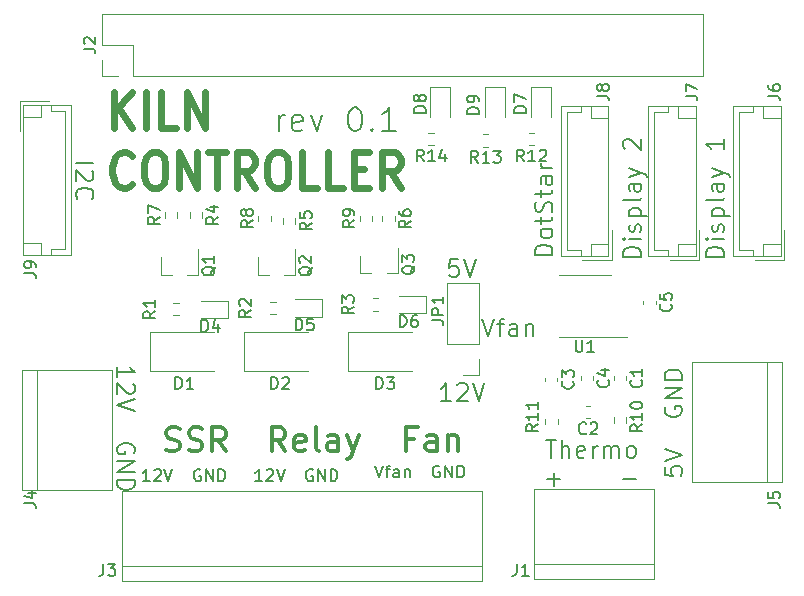
<source format=gbr>
%TF.GenerationSoftware,KiCad,Pcbnew,(5.1.10-1-10_14)*%
%TF.CreationDate,2021-09-17T20:59:11-04:00*%
%TF.ProjectId,KilnHat,4b696c6e-4861-4742-9e6b-696361645f70,rev?*%
%TF.SameCoordinates,Original*%
%TF.FileFunction,Legend,Top*%
%TF.FilePolarity,Positive*%
%FSLAX46Y46*%
G04 Gerber Fmt 4.6, Leading zero omitted, Abs format (unit mm)*
G04 Created by KiCad (PCBNEW (5.1.10-1-10_14)) date 2021-09-17 20:59:11*
%MOMM*%
%LPD*%
G01*
G04 APERTURE LIST*
%ADD10C,0.150000*%
%ADD11C,0.600000*%
%ADD12C,0.300000*%
%ADD13C,0.120000*%
G04 APERTURE END LIST*
D10*
X156995238Y-101804761D02*
X156995238Y-100471428D01*
X156995238Y-100852380D02*
X157090476Y-100661904D01*
X157185714Y-100566666D01*
X157376190Y-100471428D01*
X157566666Y-100471428D01*
X158995238Y-101709523D02*
X158804761Y-101804761D01*
X158423809Y-101804761D01*
X158233333Y-101709523D01*
X158138095Y-101519047D01*
X158138095Y-100757142D01*
X158233333Y-100566666D01*
X158423809Y-100471428D01*
X158804761Y-100471428D01*
X158995238Y-100566666D01*
X159090476Y-100757142D01*
X159090476Y-100947619D01*
X158138095Y-101138095D01*
X159757142Y-100471428D02*
X160233333Y-101804761D01*
X160709523Y-100471428D01*
X163376190Y-99804761D02*
X163566666Y-99804761D01*
X163757142Y-99900000D01*
X163852380Y-99995238D01*
X163947619Y-100185714D01*
X164042857Y-100566666D01*
X164042857Y-101042857D01*
X163947619Y-101423809D01*
X163852380Y-101614285D01*
X163757142Y-101709523D01*
X163566666Y-101804761D01*
X163376190Y-101804761D01*
X163185714Y-101709523D01*
X163090476Y-101614285D01*
X162995238Y-101423809D01*
X162900000Y-101042857D01*
X162900000Y-100566666D01*
X162995238Y-100185714D01*
X163090476Y-99995238D01*
X163185714Y-99900000D01*
X163376190Y-99804761D01*
X164900000Y-101614285D02*
X164995238Y-101709523D01*
X164900000Y-101804761D01*
X164804761Y-101709523D01*
X164900000Y-101614285D01*
X164900000Y-101804761D01*
X166900000Y-101804761D02*
X165757142Y-101804761D01*
X166328571Y-101804761D02*
X166328571Y-99804761D01*
X166138095Y-100090476D01*
X165947619Y-100280952D01*
X165757142Y-100376190D01*
D11*
X143032857Y-101507142D02*
X143032857Y-98507142D01*
X144575714Y-101507142D02*
X143418571Y-99792857D01*
X144575714Y-98507142D02*
X143032857Y-100221428D01*
X145732857Y-101507142D02*
X145732857Y-98507142D01*
X148304285Y-101507142D02*
X147018571Y-101507142D01*
X147018571Y-98507142D01*
X149204285Y-101507142D02*
X149204285Y-98507142D01*
X150747142Y-101507142D01*
X150747142Y-98507142D01*
X144575714Y-106321428D02*
X144447142Y-106464285D01*
X144061428Y-106607142D01*
X143804285Y-106607142D01*
X143418571Y-106464285D01*
X143161428Y-106178571D01*
X143032857Y-105892857D01*
X142904285Y-105321428D01*
X142904285Y-104892857D01*
X143032857Y-104321428D01*
X143161428Y-104035714D01*
X143418571Y-103750000D01*
X143804285Y-103607142D01*
X144061428Y-103607142D01*
X144447142Y-103750000D01*
X144575714Y-103892857D01*
X146247142Y-103607142D02*
X146761428Y-103607142D01*
X147018571Y-103750000D01*
X147275714Y-104035714D01*
X147404285Y-104607142D01*
X147404285Y-105607142D01*
X147275714Y-106178571D01*
X147018571Y-106464285D01*
X146761428Y-106607142D01*
X146247142Y-106607142D01*
X145990000Y-106464285D01*
X145732857Y-106178571D01*
X145604285Y-105607142D01*
X145604285Y-104607142D01*
X145732857Y-104035714D01*
X145990000Y-103750000D01*
X146247142Y-103607142D01*
X148561428Y-106607142D02*
X148561428Y-103607142D01*
X150104285Y-106607142D01*
X150104285Y-103607142D01*
X151004285Y-103607142D02*
X152547142Y-103607142D01*
X151775714Y-106607142D02*
X151775714Y-103607142D01*
X154990000Y-106607142D02*
X154090000Y-105178571D01*
X153447142Y-106607142D02*
X153447142Y-103607142D01*
X154475714Y-103607142D01*
X154732857Y-103750000D01*
X154861428Y-103892857D01*
X154990000Y-104178571D01*
X154990000Y-104607142D01*
X154861428Y-104892857D01*
X154732857Y-105035714D01*
X154475714Y-105178571D01*
X153447142Y-105178571D01*
X156661428Y-103607142D02*
X157175714Y-103607142D01*
X157432857Y-103750000D01*
X157690000Y-104035714D01*
X157818571Y-104607142D01*
X157818571Y-105607142D01*
X157690000Y-106178571D01*
X157432857Y-106464285D01*
X157175714Y-106607142D01*
X156661428Y-106607142D01*
X156404285Y-106464285D01*
X156147142Y-106178571D01*
X156018571Y-105607142D01*
X156018571Y-104607142D01*
X156147142Y-104035714D01*
X156404285Y-103750000D01*
X156661428Y-103607142D01*
X160261428Y-106607142D02*
X158975714Y-106607142D01*
X158975714Y-103607142D01*
X162447142Y-106607142D02*
X161161428Y-106607142D01*
X161161428Y-103607142D01*
X163347142Y-105035714D02*
X164247142Y-105035714D01*
X164632857Y-106607142D02*
X163347142Y-106607142D01*
X163347142Y-103607142D01*
X164632857Y-103607142D01*
X167332857Y-106607142D02*
X166432857Y-105178571D01*
X165790000Y-106607142D02*
X165790000Y-103607142D01*
X166818571Y-103607142D01*
X167075714Y-103750000D01*
X167204285Y-103892857D01*
X167332857Y-104178571D01*
X167332857Y-104607142D01*
X167204285Y-104892857D01*
X167075714Y-105035714D01*
X166818571Y-105178571D01*
X165790000Y-105178571D01*
D10*
X179607142Y-127978571D02*
X180464285Y-127978571D01*
X180035714Y-129478571D02*
X180035714Y-127978571D01*
X180964285Y-129478571D02*
X180964285Y-127978571D01*
X181607142Y-129478571D02*
X181607142Y-128692857D01*
X181535714Y-128550000D01*
X181392857Y-128478571D01*
X181178571Y-128478571D01*
X181035714Y-128550000D01*
X180964285Y-128621428D01*
X182892857Y-129407142D02*
X182750000Y-129478571D01*
X182464285Y-129478571D01*
X182321428Y-129407142D01*
X182250000Y-129264285D01*
X182250000Y-128692857D01*
X182321428Y-128550000D01*
X182464285Y-128478571D01*
X182750000Y-128478571D01*
X182892857Y-128550000D01*
X182964285Y-128692857D01*
X182964285Y-128835714D01*
X182250000Y-128978571D01*
X183607142Y-129478571D02*
X183607142Y-128478571D01*
X183607142Y-128764285D02*
X183678571Y-128621428D01*
X183750000Y-128550000D01*
X183892857Y-128478571D01*
X184035714Y-128478571D01*
X184535714Y-129478571D02*
X184535714Y-128478571D01*
X184535714Y-128621428D02*
X184607142Y-128550000D01*
X184750000Y-128478571D01*
X184964285Y-128478571D01*
X185107142Y-128550000D01*
X185178571Y-128692857D01*
X185178571Y-129478571D01*
X185178571Y-128692857D02*
X185250000Y-128550000D01*
X185392857Y-128478571D01*
X185607142Y-128478571D01*
X185750000Y-128550000D01*
X185821428Y-128692857D01*
X185821428Y-129478571D01*
X186750000Y-129478571D02*
X186607142Y-129407142D01*
X186535714Y-129335714D01*
X186464285Y-129192857D01*
X186464285Y-128764285D01*
X186535714Y-128621428D01*
X186607142Y-128550000D01*
X186750000Y-128478571D01*
X186964285Y-128478571D01*
X187107142Y-128550000D01*
X187178571Y-128621428D01*
X187250000Y-128764285D01*
X187250000Y-129192857D01*
X187178571Y-129335714D01*
X187107142Y-129407142D01*
X186964285Y-129478571D01*
X186750000Y-129478571D01*
X179714285Y-131307142D02*
X180857142Y-131307142D01*
X180285714Y-131878571D02*
X180285714Y-130735714D01*
X186142857Y-131307142D02*
X187285714Y-131307142D01*
X139821428Y-104535714D02*
X141321428Y-104535714D01*
X141178571Y-105178571D02*
X141250000Y-105250000D01*
X141321428Y-105392857D01*
X141321428Y-105750000D01*
X141250000Y-105892857D01*
X141178571Y-105964285D01*
X141035714Y-106035714D01*
X140892857Y-106035714D01*
X140678571Y-105964285D01*
X139821428Y-105107142D01*
X139821428Y-106035714D01*
X139964285Y-107535714D02*
X139892857Y-107464285D01*
X139821428Y-107250000D01*
X139821428Y-107107142D01*
X139892857Y-106892857D01*
X140035714Y-106750000D01*
X140178571Y-106678571D01*
X140464285Y-106607142D01*
X140678571Y-106607142D01*
X140964285Y-106678571D01*
X141107142Y-106750000D01*
X141250000Y-106892857D01*
X141321428Y-107107142D01*
X141321428Y-107250000D01*
X141250000Y-107464285D01*
X141178571Y-107535714D01*
X143321428Y-122642857D02*
X143321428Y-121785714D01*
X143321428Y-122214285D02*
X144821428Y-122214285D01*
X144607142Y-122071428D01*
X144464285Y-121928571D01*
X144392857Y-121785714D01*
X144678571Y-123214285D02*
X144750000Y-123285714D01*
X144821428Y-123428571D01*
X144821428Y-123785714D01*
X144750000Y-123928571D01*
X144678571Y-124000000D01*
X144535714Y-124071428D01*
X144392857Y-124071428D01*
X144178571Y-124000000D01*
X143321428Y-123142857D01*
X143321428Y-124071428D01*
X144821428Y-124500000D02*
X143321428Y-125000000D01*
X144821428Y-125500000D01*
X144750000Y-129071428D02*
X144821428Y-128928571D01*
X144821428Y-128714285D01*
X144750000Y-128500000D01*
X144607142Y-128357142D01*
X144464285Y-128285714D01*
X144178571Y-128214285D01*
X143964285Y-128214285D01*
X143678571Y-128285714D01*
X143535714Y-128357142D01*
X143392857Y-128500000D01*
X143321428Y-128714285D01*
X143321428Y-128857142D01*
X143392857Y-129071428D01*
X143464285Y-129142857D01*
X143964285Y-129142857D01*
X143964285Y-128857142D01*
X143321428Y-129785714D02*
X144821428Y-129785714D01*
X143321428Y-130642857D01*
X144821428Y-130642857D01*
X143321428Y-131357142D02*
X144821428Y-131357142D01*
X144821428Y-131714285D01*
X144750000Y-131928571D01*
X144607142Y-132071428D01*
X144464285Y-132142857D01*
X144178571Y-132214285D01*
X143964285Y-132214285D01*
X143678571Y-132142857D01*
X143535714Y-132071428D01*
X143392857Y-131928571D01*
X143321428Y-131714285D01*
X143321428Y-131357142D01*
X165190476Y-130127380D02*
X165523809Y-131127380D01*
X165857142Y-130127380D01*
X166047619Y-130460714D02*
X166428571Y-130460714D01*
X166190476Y-131127380D02*
X166190476Y-130270238D01*
X166238095Y-130175000D01*
X166333333Y-130127380D01*
X166428571Y-130127380D01*
X167190476Y-131127380D02*
X167190476Y-130603571D01*
X167142857Y-130508333D01*
X167047619Y-130460714D01*
X166857142Y-130460714D01*
X166761904Y-130508333D01*
X167190476Y-131079761D02*
X167095238Y-131127380D01*
X166857142Y-131127380D01*
X166761904Y-131079761D01*
X166714285Y-130984523D01*
X166714285Y-130889285D01*
X166761904Y-130794047D01*
X166857142Y-130746428D01*
X167095238Y-130746428D01*
X167190476Y-130698809D01*
X167666666Y-130460714D02*
X167666666Y-131127380D01*
X167666666Y-130555952D02*
X167714285Y-130508333D01*
X167809523Y-130460714D01*
X167952380Y-130460714D01*
X168047619Y-130508333D01*
X168095238Y-130603571D01*
X168095238Y-131127380D01*
X170619047Y-130175000D02*
X170523809Y-130127380D01*
X170380952Y-130127380D01*
X170238095Y-130175000D01*
X170142857Y-130270238D01*
X170095238Y-130365476D01*
X170047619Y-130555952D01*
X170047619Y-130698809D01*
X170095238Y-130889285D01*
X170142857Y-130984523D01*
X170238095Y-131079761D01*
X170380952Y-131127380D01*
X170476190Y-131127380D01*
X170619047Y-131079761D01*
X170666666Y-131032142D01*
X170666666Y-130698809D01*
X170476190Y-130698809D01*
X171095238Y-131127380D02*
X171095238Y-130127380D01*
X171666666Y-131127380D01*
X171666666Y-130127380D01*
X172142857Y-131127380D02*
X172142857Y-130127380D01*
X172380952Y-130127380D01*
X172523809Y-130175000D01*
X172619047Y-130270238D01*
X172666666Y-130365476D01*
X172714285Y-130555952D01*
X172714285Y-130698809D01*
X172666666Y-130889285D01*
X172619047Y-130984523D01*
X172523809Y-131079761D01*
X172380952Y-131127380D01*
X172142857Y-131127380D01*
X155595238Y-131452380D02*
X155023809Y-131452380D01*
X155309523Y-131452380D02*
X155309523Y-130452380D01*
X155214285Y-130595238D01*
X155119047Y-130690476D01*
X155023809Y-130738095D01*
X155976190Y-130547619D02*
X156023809Y-130500000D01*
X156119047Y-130452380D01*
X156357142Y-130452380D01*
X156452380Y-130500000D01*
X156500000Y-130547619D01*
X156547619Y-130642857D01*
X156547619Y-130738095D01*
X156500000Y-130880952D01*
X155928571Y-131452380D01*
X156547619Y-131452380D01*
X156833333Y-130452380D02*
X157166666Y-131452380D01*
X157500000Y-130452380D01*
X159880952Y-130500000D02*
X159785714Y-130452380D01*
X159642857Y-130452380D01*
X159500000Y-130500000D01*
X159404761Y-130595238D01*
X159357142Y-130690476D01*
X159309523Y-130880952D01*
X159309523Y-131023809D01*
X159357142Y-131214285D01*
X159404761Y-131309523D01*
X159500000Y-131404761D01*
X159642857Y-131452380D01*
X159738095Y-131452380D01*
X159880952Y-131404761D01*
X159928571Y-131357142D01*
X159928571Y-131023809D01*
X159738095Y-131023809D01*
X160357142Y-131452380D02*
X160357142Y-130452380D01*
X160928571Y-131452380D01*
X160928571Y-130452380D01*
X161404761Y-131452380D02*
X161404761Y-130452380D01*
X161642857Y-130452380D01*
X161785714Y-130500000D01*
X161880952Y-130595238D01*
X161928571Y-130690476D01*
X161976190Y-130880952D01*
X161976190Y-131023809D01*
X161928571Y-131214285D01*
X161880952Y-131309523D01*
X161785714Y-131404761D01*
X161642857Y-131452380D01*
X161404761Y-131452380D01*
X146095238Y-131452380D02*
X145523809Y-131452380D01*
X145809523Y-131452380D02*
X145809523Y-130452380D01*
X145714285Y-130595238D01*
X145619047Y-130690476D01*
X145523809Y-130738095D01*
X146476190Y-130547619D02*
X146523809Y-130500000D01*
X146619047Y-130452380D01*
X146857142Y-130452380D01*
X146952380Y-130500000D01*
X147000000Y-130547619D01*
X147047619Y-130642857D01*
X147047619Y-130738095D01*
X147000000Y-130880952D01*
X146428571Y-131452380D01*
X147047619Y-131452380D01*
X147333333Y-130452380D02*
X147666666Y-131452380D01*
X148000000Y-130452380D01*
X150380952Y-130500000D02*
X150285714Y-130452380D01*
X150142857Y-130452380D01*
X150000000Y-130500000D01*
X149904761Y-130595238D01*
X149857142Y-130690476D01*
X149809523Y-130880952D01*
X149809523Y-131023809D01*
X149857142Y-131214285D01*
X149904761Y-131309523D01*
X150000000Y-131404761D01*
X150142857Y-131452380D01*
X150238095Y-131452380D01*
X150380952Y-131404761D01*
X150428571Y-131357142D01*
X150428571Y-131023809D01*
X150238095Y-131023809D01*
X150857142Y-131452380D02*
X150857142Y-130452380D01*
X151428571Y-131452380D01*
X151428571Y-130452380D01*
X151904761Y-131452380D02*
X151904761Y-130452380D01*
X152142857Y-130452380D01*
X152285714Y-130500000D01*
X152380952Y-130595238D01*
X152428571Y-130690476D01*
X152476190Y-130880952D01*
X152476190Y-131023809D01*
X152428571Y-131214285D01*
X152380952Y-131309523D01*
X152285714Y-131404761D01*
X152142857Y-131452380D01*
X151904761Y-131452380D01*
D12*
X168476190Y-127857142D02*
X167809523Y-127857142D01*
X167809523Y-128904761D02*
X167809523Y-126904761D01*
X168761904Y-126904761D01*
X170380952Y-128904761D02*
X170380952Y-127857142D01*
X170285714Y-127666666D01*
X170095238Y-127571428D01*
X169714285Y-127571428D01*
X169523809Y-127666666D01*
X170380952Y-128809523D02*
X170190476Y-128904761D01*
X169714285Y-128904761D01*
X169523809Y-128809523D01*
X169428571Y-128619047D01*
X169428571Y-128428571D01*
X169523809Y-128238095D01*
X169714285Y-128142857D01*
X170190476Y-128142857D01*
X170380952Y-128047619D01*
X171333333Y-127571428D02*
X171333333Y-128904761D01*
X171333333Y-127761904D02*
X171428571Y-127666666D01*
X171619047Y-127571428D01*
X171904761Y-127571428D01*
X172095238Y-127666666D01*
X172190476Y-127857142D01*
X172190476Y-128904761D01*
X157571428Y-128904761D02*
X156904761Y-127952380D01*
X156428571Y-128904761D02*
X156428571Y-126904761D01*
X157190476Y-126904761D01*
X157380952Y-127000000D01*
X157476190Y-127095238D01*
X157571428Y-127285714D01*
X157571428Y-127571428D01*
X157476190Y-127761904D01*
X157380952Y-127857142D01*
X157190476Y-127952380D01*
X156428571Y-127952380D01*
X159190476Y-128809523D02*
X159000000Y-128904761D01*
X158619047Y-128904761D01*
X158428571Y-128809523D01*
X158333333Y-128619047D01*
X158333333Y-127857142D01*
X158428571Y-127666666D01*
X158619047Y-127571428D01*
X159000000Y-127571428D01*
X159190476Y-127666666D01*
X159285714Y-127857142D01*
X159285714Y-128047619D01*
X158333333Y-128238095D01*
X160428571Y-128904761D02*
X160238095Y-128809523D01*
X160142857Y-128619047D01*
X160142857Y-126904761D01*
X162047619Y-128904761D02*
X162047619Y-127857142D01*
X161952380Y-127666666D01*
X161761904Y-127571428D01*
X161380952Y-127571428D01*
X161190476Y-127666666D01*
X162047619Y-128809523D02*
X161857142Y-128904761D01*
X161380952Y-128904761D01*
X161190476Y-128809523D01*
X161095238Y-128619047D01*
X161095238Y-128428571D01*
X161190476Y-128238095D01*
X161380952Y-128142857D01*
X161857142Y-128142857D01*
X162047619Y-128047619D01*
X162809523Y-127571428D02*
X163285714Y-128904761D01*
X163761904Y-127571428D02*
X163285714Y-128904761D01*
X163095238Y-129380952D01*
X163000000Y-129476190D01*
X162809523Y-129571428D01*
X147476190Y-128809523D02*
X147761904Y-128904761D01*
X148238095Y-128904761D01*
X148428571Y-128809523D01*
X148523809Y-128714285D01*
X148619047Y-128523809D01*
X148619047Y-128333333D01*
X148523809Y-128142857D01*
X148428571Y-128047619D01*
X148238095Y-127952380D01*
X147857142Y-127857142D01*
X147666666Y-127761904D01*
X147571428Y-127666666D01*
X147476190Y-127476190D01*
X147476190Y-127285714D01*
X147571428Y-127095238D01*
X147666666Y-127000000D01*
X147857142Y-126904761D01*
X148333333Y-126904761D01*
X148619047Y-127000000D01*
X149380952Y-128809523D02*
X149666666Y-128904761D01*
X150142857Y-128904761D01*
X150333333Y-128809523D01*
X150428571Y-128714285D01*
X150523809Y-128523809D01*
X150523809Y-128333333D01*
X150428571Y-128142857D01*
X150333333Y-128047619D01*
X150142857Y-127952380D01*
X149761904Y-127857142D01*
X149571428Y-127761904D01*
X149476190Y-127666666D01*
X149380952Y-127476190D01*
X149380952Y-127285714D01*
X149476190Y-127095238D01*
X149571428Y-127000000D01*
X149761904Y-126904761D01*
X150238095Y-126904761D01*
X150523809Y-127000000D01*
X152523809Y-128904761D02*
X151857142Y-127952380D01*
X151380952Y-128904761D02*
X151380952Y-126904761D01*
X152142857Y-126904761D01*
X152333333Y-127000000D01*
X152428571Y-127095238D01*
X152523809Y-127285714D01*
X152523809Y-127571428D01*
X152428571Y-127761904D01*
X152333333Y-127857142D01*
X152142857Y-127952380D01*
X151380952Y-127952380D01*
D10*
X174214285Y-117678571D02*
X174714285Y-119178571D01*
X175214285Y-117678571D01*
X175500000Y-118178571D02*
X176071428Y-118178571D01*
X175714285Y-119178571D02*
X175714285Y-117892857D01*
X175785714Y-117750000D01*
X175928571Y-117678571D01*
X176071428Y-117678571D01*
X177214285Y-119178571D02*
X177214285Y-118392857D01*
X177142857Y-118250000D01*
X177000000Y-118178571D01*
X176714285Y-118178571D01*
X176571428Y-118250000D01*
X177214285Y-119107142D02*
X177071428Y-119178571D01*
X176714285Y-119178571D01*
X176571428Y-119107142D01*
X176500000Y-118964285D01*
X176500000Y-118821428D01*
X176571428Y-118678571D01*
X176714285Y-118607142D01*
X177071428Y-118607142D01*
X177214285Y-118535714D01*
X177928571Y-118178571D02*
X177928571Y-119178571D01*
X177928571Y-118321428D02*
X178000000Y-118250000D01*
X178142857Y-118178571D01*
X178357142Y-118178571D01*
X178500000Y-118250000D01*
X178571428Y-118392857D01*
X178571428Y-119178571D01*
X171571428Y-124678571D02*
X170714285Y-124678571D01*
X171142857Y-124678571D02*
X171142857Y-123178571D01*
X171000000Y-123392857D01*
X170857142Y-123535714D01*
X170714285Y-123607142D01*
X172142857Y-123321428D02*
X172214285Y-123250000D01*
X172357142Y-123178571D01*
X172714285Y-123178571D01*
X172857142Y-123250000D01*
X172928571Y-123321428D01*
X173000000Y-123464285D01*
X173000000Y-123607142D01*
X172928571Y-123821428D01*
X172071428Y-124678571D01*
X173000000Y-124678571D01*
X173428571Y-123178571D02*
X173928571Y-124678571D01*
X174428571Y-123178571D01*
X172214285Y-112678571D02*
X171500000Y-112678571D01*
X171428571Y-113392857D01*
X171500000Y-113321428D01*
X171642857Y-113250000D01*
X172000000Y-113250000D01*
X172142857Y-113321428D01*
X172214285Y-113392857D01*
X172285714Y-113535714D01*
X172285714Y-113892857D01*
X172214285Y-114035714D01*
X172142857Y-114107142D01*
X172000000Y-114178571D01*
X171642857Y-114178571D01*
X171500000Y-114107142D01*
X171428571Y-114035714D01*
X172714285Y-112678571D02*
X173214285Y-114178571D01*
X173714285Y-112678571D01*
X189678571Y-130214285D02*
X189678571Y-130928571D01*
X190392857Y-131000000D01*
X190321428Y-130928571D01*
X190250000Y-130785714D01*
X190250000Y-130428571D01*
X190321428Y-130285714D01*
X190392857Y-130214285D01*
X190535714Y-130142857D01*
X190892857Y-130142857D01*
X191035714Y-130214285D01*
X191107142Y-130285714D01*
X191178571Y-130428571D01*
X191178571Y-130785714D01*
X191107142Y-130928571D01*
X191035714Y-131000000D01*
X189678571Y-129714285D02*
X191178571Y-129214285D01*
X189678571Y-128714285D01*
X189750000Y-125142857D02*
X189678571Y-125285714D01*
X189678571Y-125500000D01*
X189750000Y-125714285D01*
X189892857Y-125857142D01*
X190035714Y-125928571D01*
X190321428Y-126000000D01*
X190535714Y-126000000D01*
X190821428Y-125928571D01*
X190964285Y-125857142D01*
X191107142Y-125714285D01*
X191178571Y-125500000D01*
X191178571Y-125357142D01*
X191107142Y-125142857D01*
X191035714Y-125071428D01*
X190535714Y-125071428D01*
X190535714Y-125357142D01*
X191178571Y-124428571D02*
X189678571Y-124428571D01*
X191178571Y-123571428D01*
X189678571Y-123571428D01*
X191178571Y-122857142D02*
X189678571Y-122857142D01*
X189678571Y-122500000D01*
X189750000Y-122285714D01*
X189892857Y-122142857D01*
X190035714Y-122071428D01*
X190321428Y-122000000D01*
X190535714Y-122000000D01*
X190821428Y-122071428D01*
X190964285Y-122142857D01*
X191107142Y-122285714D01*
X191178571Y-122500000D01*
X191178571Y-122857142D01*
X194678571Y-112464285D02*
X193178571Y-112464285D01*
X193178571Y-112107142D01*
X193250000Y-111892857D01*
X193392857Y-111750000D01*
X193535714Y-111678571D01*
X193821428Y-111607142D01*
X194035714Y-111607142D01*
X194321428Y-111678571D01*
X194464285Y-111750000D01*
X194607142Y-111892857D01*
X194678571Y-112107142D01*
X194678571Y-112464285D01*
X194678571Y-110964285D02*
X193678571Y-110964285D01*
X193178571Y-110964285D02*
X193250000Y-111035714D01*
X193321428Y-110964285D01*
X193250000Y-110892857D01*
X193178571Y-110964285D01*
X193321428Y-110964285D01*
X194607142Y-110321428D02*
X194678571Y-110178571D01*
X194678571Y-109892857D01*
X194607142Y-109750000D01*
X194464285Y-109678571D01*
X194392857Y-109678571D01*
X194250000Y-109750000D01*
X194178571Y-109892857D01*
X194178571Y-110107142D01*
X194107142Y-110250000D01*
X193964285Y-110321428D01*
X193892857Y-110321428D01*
X193750000Y-110250000D01*
X193678571Y-110107142D01*
X193678571Y-109892857D01*
X193750000Y-109750000D01*
X193678571Y-109035714D02*
X195178571Y-109035714D01*
X193750000Y-109035714D02*
X193678571Y-108892857D01*
X193678571Y-108607142D01*
X193750000Y-108464285D01*
X193821428Y-108392857D01*
X193964285Y-108321428D01*
X194392857Y-108321428D01*
X194535714Y-108392857D01*
X194607142Y-108464285D01*
X194678571Y-108607142D01*
X194678571Y-108892857D01*
X194607142Y-109035714D01*
X194678571Y-107464285D02*
X194607142Y-107607142D01*
X194464285Y-107678571D01*
X193178571Y-107678571D01*
X194678571Y-106250000D02*
X193892857Y-106250000D01*
X193750000Y-106321428D01*
X193678571Y-106464285D01*
X193678571Y-106750000D01*
X193750000Y-106892857D01*
X194607142Y-106250000D02*
X194678571Y-106392857D01*
X194678571Y-106750000D01*
X194607142Y-106892857D01*
X194464285Y-106964285D01*
X194321428Y-106964285D01*
X194178571Y-106892857D01*
X194107142Y-106750000D01*
X194107142Y-106392857D01*
X194035714Y-106250000D01*
X193678571Y-105678571D02*
X194678571Y-105321428D01*
X193678571Y-104964285D02*
X194678571Y-105321428D01*
X195035714Y-105464285D01*
X195107142Y-105535714D01*
X195178571Y-105678571D01*
X194678571Y-102464285D02*
X194678571Y-103321428D01*
X194678571Y-102892857D02*
X193178571Y-102892857D01*
X193392857Y-103035714D01*
X193535714Y-103178571D01*
X193607142Y-103321428D01*
X187678571Y-112464285D02*
X186178571Y-112464285D01*
X186178571Y-112107142D01*
X186250000Y-111892857D01*
X186392857Y-111750000D01*
X186535714Y-111678571D01*
X186821428Y-111607142D01*
X187035714Y-111607142D01*
X187321428Y-111678571D01*
X187464285Y-111750000D01*
X187607142Y-111892857D01*
X187678571Y-112107142D01*
X187678571Y-112464285D01*
X187678571Y-110964285D02*
X186678571Y-110964285D01*
X186178571Y-110964285D02*
X186250000Y-111035714D01*
X186321428Y-110964285D01*
X186250000Y-110892857D01*
X186178571Y-110964285D01*
X186321428Y-110964285D01*
X187607142Y-110321428D02*
X187678571Y-110178571D01*
X187678571Y-109892857D01*
X187607142Y-109750000D01*
X187464285Y-109678571D01*
X187392857Y-109678571D01*
X187250000Y-109750000D01*
X187178571Y-109892857D01*
X187178571Y-110107142D01*
X187107142Y-110250000D01*
X186964285Y-110321428D01*
X186892857Y-110321428D01*
X186750000Y-110250000D01*
X186678571Y-110107142D01*
X186678571Y-109892857D01*
X186750000Y-109750000D01*
X186678571Y-109035714D02*
X188178571Y-109035714D01*
X186750000Y-109035714D02*
X186678571Y-108892857D01*
X186678571Y-108607142D01*
X186750000Y-108464285D01*
X186821428Y-108392857D01*
X186964285Y-108321428D01*
X187392857Y-108321428D01*
X187535714Y-108392857D01*
X187607142Y-108464285D01*
X187678571Y-108607142D01*
X187678571Y-108892857D01*
X187607142Y-109035714D01*
X187678571Y-107464285D02*
X187607142Y-107607142D01*
X187464285Y-107678571D01*
X186178571Y-107678571D01*
X187678571Y-106250000D02*
X186892857Y-106250000D01*
X186750000Y-106321428D01*
X186678571Y-106464285D01*
X186678571Y-106750000D01*
X186750000Y-106892857D01*
X187607142Y-106250000D02*
X187678571Y-106392857D01*
X187678571Y-106750000D01*
X187607142Y-106892857D01*
X187464285Y-106964285D01*
X187321428Y-106964285D01*
X187178571Y-106892857D01*
X187107142Y-106750000D01*
X187107142Y-106392857D01*
X187035714Y-106250000D01*
X186678571Y-105678571D02*
X187678571Y-105321428D01*
X186678571Y-104964285D02*
X187678571Y-105321428D01*
X188035714Y-105464285D01*
X188107142Y-105535714D01*
X188178571Y-105678571D01*
X186321428Y-103321428D02*
X186250000Y-103250000D01*
X186178571Y-103107142D01*
X186178571Y-102750000D01*
X186250000Y-102607142D01*
X186321428Y-102535714D01*
X186464285Y-102464285D01*
X186607142Y-102464285D01*
X186821428Y-102535714D01*
X187678571Y-103392857D01*
X187678571Y-102464285D01*
X180178571Y-112285714D02*
X178678571Y-112285714D01*
X178678571Y-111928571D01*
X178750000Y-111714285D01*
X178892857Y-111571428D01*
X179035714Y-111500000D01*
X179321428Y-111428571D01*
X179535714Y-111428571D01*
X179821428Y-111500000D01*
X179964285Y-111571428D01*
X180107142Y-111714285D01*
X180178571Y-111928571D01*
X180178571Y-112285714D01*
X180178571Y-110571428D02*
X180107142Y-110714285D01*
X180035714Y-110785714D01*
X179892857Y-110857142D01*
X179464285Y-110857142D01*
X179321428Y-110785714D01*
X179250000Y-110714285D01*
X179178571Y-110571428D01*
X179178571Y-110357142D01*
X179250000Y-110214285D01*
X179321428Y-110142857D01*
X179464285Y-110071428D01*
X179892857Y-110071428D01*
X180035714Y-110142857D01*
X180107142Y-110214285D01*
X180178571Y-110357142D01*
X180178571Y-110571428D01*
X179178571Y-109642857D02*
X179178571Y-109071428D01*
X178678571Y-109428571D02*
X179964285Y-109428571D01*
X180107142Y-109357142D01*
X180178571Y-109214285D01*
X180178571Y-109071428D01*
X180107142Y-108642857D02*
X180178571Y-108428571D01*
X180178571Y-108071428D01*
X180107142Y-107928571D01*
X180035714Y-107857142D01*
X179892857Y-107785714D01*
X179750000Y-107785714D01*
X179607142Y-107857142D01*
X179535714Y-107928571D01*
X179464285Y-108071428D01*
X179392857Y-108357142D01*
X179321428Y-108500000D01*
X179250000Y-108571428D01*
X179107142Y-108642857D01*
X178964285Y-108642857D01*
X178821428Y-108571428D01*
X178750000Y-108500000D01*
X178678571Y-108357142D01*
X178678571Y-108000000D01*
X178750000Y-107785714D01*
X179178571Y-107357142D02*
X179178571Y-106785714D01*
X178678571Y-107142857D02*
X179964285Y-107142857D01*
X180107142Y-107071428D01*
X180178571Y-106928571D01*
X180178571Y-106785714D01*
X180178571Y-105642857D02*
X179392857Y-105642857D01*
X179250000Y-105714285D01*
X179178571Y-105857142D01*
X179178571Y-106142857D01*
X179250000Y-106285714D01*
X180107142Y-105642857D02*
X180178571Y-105785714D01*
X180178571Y-106142857D01*
X180107142Y-106285714D01*
X179964285Y-106357142D01*
X179821428Y-106357142D01*
X179678571Y-106285714D01*
X179607142Y-106142857D01*
X179607142Y-105785714D01*
X179535714Y-105642857D01*
X180178571Y-104928571D02*
X179178571Y-104928571D01*
X179464285Y-104928571D02*
X179321428Y-104857142D01*
X179250000Y-104785714D01*
X179178571Y-104642857D01*
X179178571Y-104500000D01*
D13*
%TO.C,D6*%
X169485000Y-115765000D02*
X167200000Y-115765000D01*
X169485000Y-117235000D02*
X169485000Y-115765000D01*
X167200000Y-117235000D02*
X169485000Y-117235000D01*
%TO.C,D5*%
X160665000Y-116065000D02*
X158380000Y-116065000D01*
X160665000Y-117535000D02*
X160665000Y-116065000D01*
X158380000Y-117535000D02*
X160665000Y-117535000D01*
%TO.C,D4*%
X152685000Y-116165000D02*
X150400000Y-116165000D01*
X152685000Y-117635000D02*
X152685000Y-116165000D01*
X150400000Y-117635000D02*
X152685000Y-117635000D01*
%TO.C,J2*%
X142040000Y-97120000D02*
X142040000Y-95790000D01*
X143370000Y-97120000D02*
X142040000Y-97120000D01*
X142040000Y-94520000D02*
X142040000Y-91920000D01*
X144640000Y-94520000D02*
X142040000Y-94520000D01*
X144640000Y-97120000D02*
X144640000Y-94520000D01*
X142040000Y-91920000D02*
X192960000Y-91920000D01*
X144640000Y-97120000D02*
X192960000Y-97120000D01*
X192960000Y-97120000D02*
X192960000Y-91920000D01*
%TO.C,J7*%
X192610000Y-112710000D02*
X192610000Y-110210000D01*
X190110000Y-112710000D02*
X192610000Y-112710000D01*
X190810000Y-100690000D02*
X192310000Y-100690000D01*
X190810000Y-99690000D02*
X190810000Y-100690000D01*
X190810000Y-111410000D02*
X192310000Y-111410000D01*
X190810000Y-112410000D02*
X190810000Y-111410000D01*
X190000000Y-100190000D02*
X190000000Y-99690000D01*
X188790000Y-100190000D02*
X190000000Y-100190000D01*
X188790000Y-111910000D02*
X188790000Y-100190000D01*
X190000000Y-111910000D02*
X188790000Y-111910000D01*
X190000000Y-112410000D02*
X190000000Y-111910000D01*
X188290000Y-99690000D02*
X188290000Y-112410000D01*
X192310000Y-99690000D02*
X188290000Y-99690000D01*
X192310000Y-112410000D02*
X192310000Y-99690000D01*
X188290000Y-112410000D02*
X192310000Y-112410000D01*
%TO.C,J3*%
X143760000Y-139910000D02*
X174240000Y-139910000D01*
X143760000Y-132290000D02*
X174240000Y-132290000D01*
X143760000Y-138640000D02*
X174240000Y-138640000D01*
X174240000Y-139910000D02*
X174240000Y-132290000D01*
X143760000Y-132290000D02*
X143760000Y-139910000D01*
%TO.C,U1*%
X182900000Y-119210000D02*
X186500000Y-119210000D01*
X182900000Y-119210000D02*
X180700000Y-119210000D01*
X182900000Y-113990000D02*
X185100000Y-113990000D01*
X182900000Y-113990000D02*
X180700000Y-113990000D01*
%TO.C,R14*%
X170162258Y-101977500D02*
X169687742Y-101977500D01*
X170162258Y-103022500D02*
X169687742Y-103022500D01*
%TO.C,R13*%
X174762258Y-102077500D02*
X174287742Y-102077500D01*
X174762258Y-103122500D02*
X174287742Y-103122500D01*
%TO.C,R12*%
X178637258Y-101977500D02*
X178162742Y-101977500D01*
X178637258Y-103022500D02*
X178162742Y-103022500D01*
%TO.C,R11*%
X179577500Y-126162742D02*
X179577500Y-126637258D01*
X180622500Y-126162742D02*
X180622500Y-126637258D01*
%TO.C,R10*%
X185377500Y-126037742D02*
X185377500Y-126512258D01*
X186422500Y-126037742D02*
X186422500Y-126512258D01*
%TO.C,R9*%
X164922500Y-109437258D02*
X164922500Y-108962742D01*
X163877500Y-109437258D02*
X163877500Y-108962742D01*
%TO.C,R8*%
X156322500Y-109437258D02*
X156322500Y-108962742D01*
X155277500Y-109437258D02*
X155277500Y-108962742D01*
%TO.C,R7*%
X148422500Y-109137258D02*
X148422500Y-108662742D01*
X147377500Y-109137258D02*
X147377500Y-108662742D01*
%TO.C,R6*%
X165777500Y-108987742D02*
X165777500Y-109462258D01*
X166822500Y-108987742D02*
X166822500Y-109462258D01*
%TO.C,R5*%
X157377500Y-109162742D02*
X157377500Y-109637258D01*
X158422500Y-109162742D02*
X158422500Y-109637258D01*
%TO.C,R4*%
X149477500Y-108662742D02*
X149477500Y-109137258D01*
X150522500Y-108662742D02*
X150522500Y-109137258D01*
%TO.C,R3*%
X165437258Y-115977500D02*
X164962742Y-115977500D01*
X165437258Y-117022500D02*
X164962742Y-117022500D01*
%TO.C,R2*%
X156737258Y-116277500D02*
X156262742Y-116277500D01*
X156737258Y-117322500D02*
X156262742Y-117322500D01*
%TO.C,R1*%
X148537258Y-116377500D02*
X148062742Y-116377500D01*
X148537258Y-117422500D02*
X148062742Y-117422500D01*
%TO.C,Q3*%
X163920000Y-113860000D02*
X163920000Y-112400000D01*
X167080000Y-113860000D02*
X167080000Y-111700000D01*
X167080000Y-113860000D02*
X166150000Y-113860000D01*
X163920000Y-113860000D02*
X164850000Y-113860000D01*
%TO.C,Q2*%
X155220000Y-113960000D02*
X155220000Y-112500000D01*
X158380000Y-113960000D02*
X158380000Y-111800000D01*
X158380000Y-113960000D02*
X157450000Y-113960000D01*
X155220000Y-113960000D02*
X156150000Y-113960000D01*
%TO.C,Q1*%
X147020000Y-113960000D02*
X147020000Y-112500000D01*
X150180000Y-113960000D02*
X150180000Y-111800000D01*
X150180000Y-113960000D02*
X149250000Y-113960000D01*
X147020000Y-113960000D02*
X147950000Y-113960000D01*
%TO.C,JP1*%
X173930000Y-122430000D02*
X172600000Y-122430000D01*
X173930000Y-121100000D02*
X173930000Y-122430000D01*
X173930000Y-119830000D02*
X171270000Y-119830000D01*
X171270000Y-119830000D02*
X171270000Y-114690000D01*
X173930000Y-119830000D02*
X173930000Y-114690000D01*
X173930000Y-114690000D02*
X171270000Y-114690000D01*
%TO.C,J9*%
X135090000Y-99290000D02*
X135090000Y-101790000D01*
X137590000Y-99290000D02*
X135090000Y-99290000D01*
X136890000Y-111310000D02*
X135390000Y-111310000D01*
X136890000Y-112310000D02*
X136890000Y-111310000D01*
X136890000Y-100590000D02*
X135390000Y-100590000D01*
X136890000Y-99590000D02*
X136890000Y-100590000D01*
X137700000Y-111810000D02*
X137700000Y-112310000D01*
X138910000Y-111810000D02*
X137700000Y-111810000D01*
X138910000Y-100090000D02*
X138910000Y-111810000D01*
X137700000Y-100090000D02*
X138910000Y-100090000D01*
X137700000Y-99590000D02*
X137700000Y-100090000D01*
X139410000Y-112310000D02*
X139410000Y-99590000D01*
X135390000Y-112310000D02*
X139410000Y-112310000D01*
X135390000Y-99590000D02*
X135390000Y-112310000D01*
X139410000Y-99590000D02*
X135390000Y-99590000D01*
%TO.C,J8*%
X185210000Y-112710000D02*
X185210000Y-110210000D01*
X182710000Y-112710000D02*
X185210000Y-112710000D01*
X183410000Y-100690000D02*
X184910000Y-100690000D01*
X183410000Y-99690000D02*
X183410000Y-100690000D01*
X183410000Y-111410000D02*
X184910000Y-111410000D01*
X183410000Y-112410000D02*
X183410000Y-111410000D01*
X182600000Y-100190000D02*
X182600000Y-99690000D01*
X181390000Y-100190000D02*
X182600000Y-100190000D01*
X181390000Y-111910000D02*
X181390000Y-100190000D01*
X182600000Y-111910000D02*
X181390000Y-111910000D01*
X182600000Y-112410000D02*
X182600000Y-111910000D01*
X180890000Y-99690000D02*
X180890000Y-112410000D01*
X184910000Y-99690000D02*
X180890000Y-99690000D01*
X184910000Y-112410000D02*
X184910000Y-99690000D01*
X180890000Y-112410000D02*
X184910000Y-112410000D01*
%TO.C,J6*%
X199810000Y-112710000D02*
X199810000Y-110210000D01*
X197310000Y-112710000D02*
X199810000Y-112710000D01*
X198010000Y-100690000D02*
X199510000Y-100690000D01*
X198010000Y-99690000D02*
X198010000Y-100690000D01*
X198010000Y-111410000D02*
X199510000Y-111410000D01*
X198010000Y-112410000D02*
X198010000Y-111410000D01*
X197200000Y-100190000D02*
X197200000Y-99690000D01*
X195990000Y-100190000D02*
X197200000Y-100190000D01*
X195990000Y-111910000D02*
X195990000Y-100190000D01*
X197200000Y-111910000D02*
X195990000Y-111910000D01*
X197200000Y-112410000D02*
X197200000Y-111910000D01*
X195490000Y-99690000D02*
X195490000Y-112410000D01*
X199510000Y-99690000D02*
X195490000Y-99690000D01*
X199510000Y-112410000D02*
X199510000Y-99690000D01*
X195490000Y-112410000D02*
X199510000Y-112410000D01*
%TO.C,J5*%
X199610000Y-131540000D02*
X199610000Y-121380000D01*
X191990000Y-131540000D02*
X199610000Y-131540000D01*
X191990000Y-121380000D02*
X191990000Y-131540000D01*
X199610000Y-121380000D02*
X191990000Y-121380000D01*
X198340000Y-121380000D02*
X198340000Y-131540000D01*
%TO.C,J4*%
X135290000Y-122060000D02*
X135290000Y-132220000D01*
X142910000Y-122060000D02*
X135290000Y-122060000D01*
X142910000Y-132220000D02*
X142910000Y-122060000D01*
X135290000Y-132220000D02*
X142910000Y-132220000D01*
X136560000Y-132220000D02*
X136560000Y-122060000D01*
%TO.C,J1*%
X178660000Y-139710000D02*
X188820000Y-139710000D01*
X178660000Y-132090000D02*
X178660000Y-139710000D01*
X188820000Y-132090000D02*
X178660000Y-132090000D01*
X188820000Y-139710000D02*
X188820000Y-132090000D01*
X188820000Y-138440000D02*
X178660000Y-138440000D01*
%TO.C,D9*%
X176150000Y-98100000D02*
X176150000Y-100650000D01*
X174450000Y-98100000D02*
X174450000Y-100650000D01*
X176150000Y-98100000D02*
X174450000Y-98100000D01*
%TO.C,D8*%
X171550000Y-98100000D02*
X171550000Y-100650000D01*
X169850000Y-98100000D02*
X169850000Y-100650000D01*
X171550000Y-98100000D02*
X169850000Y-98100000D01*
%TO.C,D7*%
X180050000Y-98100000D02*
X180050000Y-100650000D01*
X178350000Y-98100000D02*
X178350000Y-100650000D01*
X180050000Y-98100000D02*
X178350000Y-98100000D01*
%TO.C,D3*%
X162900000Y-118850000D02*
X168300000Y-118850000D01*
X162900000Y-122150000D02*
X168300000Y-122150000D01*
X162900000Y-118850000D02*
X162900000Y-122150000D01*
%TO.C,D2*%
X154100000Y-118850000D02*
X159500000Y-118850000D01*
X154100000Y-122150000D02*
X159500000Y-122150000D01*
X154100000Y-118850000D02*
X154100000Y-122150000D01*
%TO.C,D1*%
X146100000Y-118850000D02*
X151500000Y-118850000D01*
X146100000Y-122150000D02*
X151500000Y-122150000D01*
X146100000Y-118850000D02*
X146100000Y-122150000D01*
%TO.C,C5*%
X187890000Y-116159420D02*
X187890000Y-116440580D01*
X188910000Y-116159420D02*
X188910000Y-116440580D01*
%TO.C,C4*%
X182590000Y-122584420D02*
X182590000Y-122865580D01*
X183610000Y-122584420D02*
X183610000Y-122865580D01*
%TO.C,C3*%
X179590000Y-122684420D02*
X179590000Y-122965580D01*
X180610000Y-122684420D02*
X180610000Y-122965580D01*
%TO.C,C2*%
X183340580Y-125090000D02*
X183059420Y-125090000D01*
X183340580Y-126110000D02*
X183059420Y-126110000D01*
%TO.C,C1*%
X185390000Y-122584420D02*
X185390000Y-122865580D01*
X186410000Y-122584420D02*
X186410000Y-122865580D01*
%TO.C,D6*%
D10*
X167261904Y-118382380D02*
X167261904Y-117382380D01*
X167500000Y-117382380D01*
X167642857Y-117430000D01*
X167738095Y-117525238D01*
X167785714Y-117620476D01*
X167833333Y-117810952D01*
X167833333Y-117953809D01*
X167785714Y-118144285D01*
X167738095Y-118239523D01*
X167642857Y-118334761D01*
X167500000Y-118382380D01*
X167261904Y-118382380D01*
X168690476Y-117382380D02*
X168500000Y-117382380D01*
X168404761Y-117430000D01*
X168357142Y-117477619D01*
X168261904Y-117620476D01*
X168214285Y-117810952D01*
X168214285Y-118191904D01*
X168261904Y-118287142D01*
X168309523Y-118334761D01*
X168404761Y-118382380D01*
X168595238Y-118382380D01*
X168690476Y-118334761D01*
X168738095Y-118287142D01*
X168785714Y-118191904D01*
X168785714Y-117953809D01*
X168738095Y-117858571D01*
X168690476Y-117810952D01*
X168595238Y-117763333D01*
X168404761Y-117763333D01*
X168309523Y-117810952D01*
X168261904Y-117858571D01*
X168214285Y-117953809D01*
%TO.C,D5*%
X158441904Y-118682380D02*
X158441904Y-117682380D01*
X158680000Y-117682380D01*
X158822857Y-117730000D01*
X158918095Y-117825238D01*
X158965714Y-117920476D01*
X159013333Y-118110952D01*
X159013333Y-118253809D01*
X158965714Y-118444285D01*
X158918095Y-118539523D01*
X158822857Y-118634761D01*
X158680000Y-118682380D01*
X158441904Y-118682380D01*
X159918095Y-117682380D02*
X159441904Y-117682380D01*
X159394285Y-118158571D01*
X159441904Y-118110952D01*
X159537142Y-118063333D01*
X159775238Y-118063333D01*
X159870476Y-118110952D01*
X159918095Y-118158571D01*
X159965714Y-118253809D01*
X159965714Y-118491904D01*
X159918095Y-118587142D01*
X159870476Y-118634761D01*
X159775238Y-118682380D01*
X159537142Y-118682380D01*
X159441904Y-118634761D01*
X159394285Y-118587142D01*
%TO.C,D4*%
X150461904Y-118782380D02*
X150461904Y-117782380D01*
X150700000Y-117782380D01*
X150842857Y-117830000D01*
X150938095Y-117925238D01*
X150985714Y-118020476D01*
X151033333Y-118210952D01*
X151033333Y-118353809D01*
X150985714Y-118544285D01*
X150938095Y-118639523D01*
X150842857Y-118734761D01*
X150700000Y-118782380D01*
X150461904Y-118782380D01*
X151890476Y-118115714D02*
X151890476Y-118782380D01*
X151652380Y-117734761D02*
X151414285Y-118449047D01*
X152033333Y-118449047D01*
%TO.C,J2*%
X140492380Y-94853333D02*
X141206666Y-94853333D01*
X141349523Y-94900952D01*
X141444761Y-94996190D01*
X141492380Y-95139047D01*
X141492380Y-95234285D01*
X140587619Y-94424761D02*
X140540000Y-94377142D01*
X140492380Y-94281904D01*
X140492380Y-94043809D01*
X140540000Y-93948571D01*
X140587619Y-93900952D01*
X140682857Y-93853333D01*
X140778095Y-93853333D01*
X140920952Y-93900952D01*
X141492380Y-94472380D01*
X141492380Y-93853333D01*
%TO.C,J7*%
X191452380Y-98833333D02*
X192166666Y-98833333D01*
X192309523Y-98880952D01*
X192404761Y-98976190D01*
X192452380Y-99119047D01*
X192452380Y-99214285D01*
X191452380Y-98452380D02*
X191452380Y-97785714D01*
X192452380Y-98214285D01*
%TO.C,J3*%
X142166666Y-138452380D02*
X142166666Y-139166666D01*
X142119047Y-139309523D01*
X142023809Y-139404761D01*
X141880952Y-139452380D01*
X141785714Y-139452380D01*
X142547619Y-138452380D02*
X143166666Y-138452380D01*
X142833333Y-138833333D01*
X142976190Y-138833333D01*
X143071428Y-138880952D01*
X143119047Y-138928571D01*
X143166666Y-139023809D01*
X143166666Y-139261904D01*
X143119047Y-139357142D01*
X143071428Y-139404761D01*
X142976190Y-139452380D01*
X142690476Y-139452380D01*
X142595238Y-139404761D01*
X142547619Y-139357142D01*
%TO.C,U1*%
X182138095Y-119502380D02*
X182138095Y-120311904D01*
X182185714Y-120407142D01*
X182233333Y-120454761D01*
X182328571Y-120502380D01*
X182519047Y-120502380D01*
X182614285Y-120454761D01*
X182661904Y-120407142D01*
X182709523Y-120311904D01*
X182709523Y-119502380D01*
X183709523Y-120502380D02*
X183138095Y-120502380D01*
X183423809Y-120502380D02*
X183423809Y-119502380D01*
X183328571Y-119645238D01*
X183233333Y-119740476D01*
X183138095Y-119788095D01*
%TO.C,R14*%
X169282142Y-104382380D02*
X168948809Y-103906190D01*
X168710714Y-104382380D02*
X168710714Y-103382380D01*
X169091666Y-103382380D01*
X169186904Y-103430000D01*
X169234523Y-103477619D01*
X169282142Y-103572857D01*
X169282142Y-103715714D01*
X169234523Y-103810952D01*
X169186904Y-103858571D01*
X169091666Y-103906190D01*
X168710714Y-103906190D01*
X170234523Y-104382380D02*
X169663095Y-104382380D01*
X169948809Y-104382380D02*
X169948809Y-103382380D01*
X169853571Y-103525238D01*
X169758333Y-103620476D01*
X169663095Y-103668095D01*
X171091666Y-103715714D02*
X171091666Y-104382380D01*
X170853571Y-103334761D02*
X170615476Y-104049047D01*
X171234523Y-104049047D01*
%TO.C,R13*%
X173882142Y-104482380D02*
X173548809Y-104006190D01*
X173310714Y-104482380D02*
X173310714Y-103482380D01*
X173691666Y-103482380D01*
X173786904Y-103530000D01*
X173834523Y-103577619D01*
X173882142Y-103672857D01*
X173882142Y-103815714D01*
X173834523Y-103910952D01*
X173786904Y-103958571D01*
X173691666Y-104006190D01*
X173310714Y-104006190D01*
X174834523Y-104482380D02*
X174263095Y-104482380D01*
X174548809Y-104482380D02*
X174548809Y-103482380D01*
X174453571Y-103625238D01*
X174358333Y-103720476D01*
X174263095Y-103768095D01*
X175167857Y-103482380D02*
X175786904Y-103482380D01*
X175453571Y-103863333D01*
X175596428Y-103863333D01*
X175691666Y-103910952D01*
X175739285Y-103958571D01*
X175786904Y-104053809D01*
X175786904Y-104291904D01*
X175739285Y-104387142D01*
X175691666Y-104434761D01*
X175596428Y-104482380D01*
X175310714Y-104482380D01*
X175215476Y-104434761D01*
X175167857Y-104387142D01*
%TO.C,R12*%
X177757142Y-104382380D02*
X177423809Y-103906190D01*
X177185714Y-104382380D02*
X177185714Y-103382380D01*
X177566666Y-103382380D01*
X177661904Y-103430000D01*
X177709523Y-103477619D01*
X177757142Y-103572857D01*
X177757142Y-103715714D01*
X177709523Y-103810952D01*
X177661904Y-103858571D01*
X177566666Y-103906190D01*
X177185714Y-103906190D01*
X178709523Y-104382380D02*
X178138095Y-104382380D01*
X178423809Y-104382380D02*
X178423809Y-103382380D01*
X178328571Y-103525238D01*
X178233333Y-103620476D01*
X178138095Y-103668095D01*
X179090476Y-103477619D02*
X179138095Y-103430000D01*
X179233333Y-103382380D01*
X179471428Y-103382380D01*
X179566666Y-103430000D01*
X179614285Y-103477619D01*
X179661904Y-103572857D01*
X179661904Y-103668095D01*
X179614285Y-103810952D01*
X179042857Y-104382380D01*
X179661904Y-104382380D01*
%TO.C,R11*%
X178952380Y-126642857D02*
X178476190Y-126976190D01*
X178952380Y-127214285D02*
X177952380Y-127214285D01*
X177952380Y-126833333D01*
X178000000Y-126738095D01*
X178047619Y-126690476D01*
X178142857Y-126642857D01*
X178285714Y-126642857D01*
X178380952Y-126690476D01*
X178428571Y-126738095D01*
X178476190Y-126833333D01*
X178476190Y-127214285D01*
X178952380Y-125690476D02*
X178952380Y-126261904D01*
X178952380Y-125976190D02*
X177952380Y-125976190D01*
X178095238Y-126071428D01*
X178190476Y-126166666D01*
X178238095Y-126261904D01*
X178952380Y-124738095D02*
X178952380Y-125309523D01*
X178952380Y-125023809D02*
X177952380Y-125023809D01*
X178095238Y-125119047D01*
X178190476Y-125214285D01*
X178238095Y-125309523D01*
%TO.C,R10*%
X187782380Y-126642857D02*
X187306190Y-126976190D01*
X187782380Y-127214285D02*
X186782380Y-127214285D01*
X186782380Y-126833333D01*
X186830000Y-126738095D01*
X186877619Y-126690476D01*
X186972857Y-126642857D01*
X187115714Y-126642857D01*
X187210952Y-126690476D01*
X187258571Y-126738095D01*
X187306190Y-126833333D01*
X187306190Y-127214285D01*
X187782380Y-125690476D02*
X187782380Y-126261904D01*
X187782380Y-125976190D02*
X186782380Y-125976190D01*
X186925238Y-126071428D01*
X187020476Y-126166666D01*
X187068095Y-126261904D01*
X186782380Y-125071428D02*
X186782380Y-124976190D01*
X186830000Y-124880952D01*
X186877619Y-124833333D01*
X186972857Y-124785714D01*
X187163333Y-124738095D01*
X187401428Y-124738095D01*
X187591904Y-124785714D01*
X187687142Y-124833333D01*
X187734761Y-124880952D01*
X187782380Y-124976190D01*
X187782380Y-125071428D01*
X187734761Y-125166666D01*
X187687142Y-125214285D01*
X187591904Y-125261904D01*
X187401428Y-125309523D01*
X187163333Y-125309523D01*
X186972857Y-125261904D01*
X186877619Y-125214285D01*
X186830000Y-125166666D01*
X186782380Y-125071428D01*
%TO.C,R9*%
X163422380Y-109366666D02*
X162946190Y-109700000D01*
X163422380Y-109938095D02*
X162422380Y-109938095D01*
X162422380Y-109557142D01*
X162470000Y-109461904D01*
X162517619Y-109414285D01*
X162612857Y-109366666D01*
X162755714Y-109366666D01*
X162850952Y-109414285D01*
X162898571Y-109461904D01*
X162946190Y-109557142D01*
X162946190Y-109938095D01*
X163422380Y-108890476D02*
X163422380Y-108700000D01*
X163374761Y-108604761D01*
X163327142Y-108557142D01*
X163184285Y-108461904D01*
X162993809Y-108414285D01*
X162612857Y-108414285D01*
X162517619Y-108461904D01*
X162470000Y-108509523D01*
X162422380Y-108604761D01*
X162422380Y-108795238D01*
X162470000Y-108890476D01*
X162517619Y-108938095D01*
X162612857Y-108985714D01*
X162850952Y-108985714D01*
X162946190Y-108938095D01*
X162993809Y-108890476D01*
X163041428Y-108795238D01*
X163041428Y-108604761D01*
X162993809Y-108509523D01*
X162946190Y-108461904D01*
X162850952Y-108414285D01*
%TO.C,R8*%
X154822380Y-109366666D02*
X154346190Y-109700000D01*
X154822380Y-109938095D02*
X153822380Y-109938095D01*
X153822380Y-109557142D01*
X153870000Y-109461904D01*
X153917619Y-109414285D01*
X154012857Y-109366666D01*
X154155714Y-109366666D01*
X154250952Y-109414285D01*
X154298571Y-109461904D01*
X154346190Y-109557142D01*
X154346190Y-109938095D01*
X154250952Y-108795238D02*
X154203333Y-108890476D01*
X154155714Y-108938095D01*
X154060476Y-108985714D01*
X154012857Y-108985714D01*
X153917619Y-108938095D01*
X153870000Y-108890476D01*
X153822380Y-108795238D01*
X153822380Y-108604761D01*
X153870000Y-108509523D01*
X153917619Y-108461904D01*
X154012857Y-108414285D01*
X154060476Y-108414285D01*
X154155714Y-108461904D01*
X154203333Y-108509523D01*
X154250952Y-108604761D01*
X154250952Y-108795238D01*
X154298571Y-108890476D01*
X154346190Y-108938095D01*
X154441428Y-108985714D01*
X154631904Y-108985714D01*
X154727142Y-108938095D01*
X154774761Y-108890476D01*
X154822380Y-108795238D01*
X154822380Y-108604761D01*
X154774761Y-108509523D01*
X154727142Y-108461904D01*
X154631904Y-108414285D01*
X154441428Y-108414285D01*
X154346190Y-108461904D01*
X154298571Y-108509523D01*
X154250952Y-108604761D01*
%TO.C,R7*%
X146922380Y-109066666D02*
X146446190Y-109400000D01*
X146922380Y-109638095D02*
X145922380Y-109638095D01*
X145922380Y-109257142D01*
X145970000Y-109161904D01*
X146017619Y-109114285D01*
X146112857Y-109066666D01*
X146255714Y-109066666D01*
X146350952Y-109114285D01*
X146398571Y-109161904D01*
X146446190Y-109257142D01*
X146446190Y-109638095D01*
X145922380Y-108733333D02*
X145922380Y-108066666D01*
X146922380Y-108495238D01*
%TO.C,R6*%
X168182380Y-109391666D02*
X167706190Y-109725000D01*
X168182380Y-109963095D02*
X167182380Y-109963095D01*
X167182380Y-109582142D01*
X167230000Y-109486904D01*
X167277619Y-109439285D01*
X167372857Y-109391666D01*
X167515714Y-109391666D01*
X167610952Y-109439285D01*
X167658571Y-109486904D01*
X167706190Y-109582142D01*
X167706190Y-109963095D01*
X167182380Y-108534523D02*
X167182380Y-108725000D01*
X167230000Y-108820238D01*
X167277619Y-108867857D01*
X167420476Y-108963095D01*
X167610952Y-109010714D01*
X167991904Y-109010714D01*
X168087142Y-108963095D01*
X168134761Y-108915476D01*
X168182380Y-108820238D01*
X168182380Y-108629761D01*
X168134761Y-108534523D01*
X168087142Y-108486904D01*
X167991904Y-108439285D01*
X167753809Y-108439285D01*
X167658571Y-108486904D01*
X167610952Y-108534523D01*
X167563333Y-108629761D01*
X167563333Y-108820238D01*
X167610952Y-108915476D01*
X167658571Y-108963095D01*
X167753809Y-109010714D01*
%TO.C,R5*%
X159782380Y-109566666D02*
X159306190Y-109900000D01*
X159782380Y-110138095D02*
X158782380Y-110138095D01*
X158782380Y-109757142D01*
X158830000Y-109661904D01*
X158877619Y-109614285D01*
X158972857Y-109566666D01*
X159115714Y-109566666D01*
X159210952Y-109614285D01*
X159258571Y-109661904D01*
X159306190Y-109757142D01*
X159306190Y-110138095D01*
X158782380Y-108661904D02*
X158782380Y-109138095D01*
X159258571Y-109185714D01*
X159210952Y-109138095D01*
X159163333Y-109042857D01*
X159163333Y-108804761D01*
X159210952Y-108709523D01*
X159258571Y-108661904D01*
X159353809Y-108614285D01*
X159591904Y-108614285D01*
X159687142Y-108661904D01*
X159734761Y-108709523D01*
X159782380Y-108804761D01*
X159782380Y-109042857D01*
X159734761Y-109138095D01*
X159687142Y-109185714D01*
%TO.C,R4*%
X151882380Y-109066666D02*
X151406190Y-109400000D01*
X151882380Y-109638095D02*
X150882380Y-109638095D01*
X150882380Y-109257142D01*
X150930000Y-109161904D01*
X150977619Y-109114285D01*
X151072857Y-109066666D01*
X151215714Y-109066666D01*
X151310952Y-109114285D01*
X151358571Y-109161904D01*
X151406190Y-109257142D01*
X151406190Y-109638095D01*
X151215714Y-108209523D02*
X151882380Y-108209523D01*
X150834761Y-108447619D02*
X151549047Y-108685714D01*
X151549047Y-108066666D01*
%TO.C,R3*%
X163352380Y-116666666D02*
X162876190Y-117000000D01*
X163352380Y-117238095D02*
X162352380Y-117238095D01*
X162352380Y-116857142D01*
X162400000Y-116761904D01*
X162447619Y-116714285D01*
X162542857Y-116666666D01*
X162685714Y-116666666D01*
X162780952Y-116714285D01*
X162828571Y-116761904D01*
X162876190Y-116857142D01*
X162876190Y-117238095D01*
X162352380Y-116333333D02*
X162352380Y-115714285D01*
X162733333Y-116047619D01*
X162733333Y-115904761D01*
X162780952Y-115809523D01*
X162828571Y-115761904D01*
X162923809Y-115714285D01*
X163161904Y-115714285D01*
X163257142Y-115761904D01*
X163304761Y-115809523D01*
X163352380Y-115904761D01*
X163352380Y-116190476D01*
X163304761Y-116285714D01*
X163257142Y-116333333D01*
%TO.C,R2*%
X154652380Y-116966666D02*
X154176190Y-117300000D01*
X154652380Y-117538095D02*
X153652380Y-117538095D01*
X153652380Y-117157142D01*
X153700000Y-117061904D01*
X153747619Y-117014285D01*
X153842857Y-116966666D01*
X153985714Y-116966666D01*
X154080952Y-117014285D01*
X154128571Y-117061904D01*
X154176190Y-117157142D01*
X154176190Y-117538095D01*
X153747619Y-116585714D02*
X153700000Y-116538095D01*
X153652380Y-116442857D01*
X153652380Y-116204761D01*
X153700000Y-116109523D01*
X153747619Y-116061904D01*
X153842857Y-116014285D01*
X153938095Y-116014285D01*
X154080952Y-116061904D01*
X154652380Y-116633333D01*
X154652380Y-116014285D01*
%TO.C,R1*%
X146552380Y-117066666D02*
X146076190Y-117400000D01*
X146552380Y-117638095D02*
X145552380Y-117638095D01*
X145552380Y-117257142D01*
X145600000Y-117161904D01*
X145647619Y-117114285D01*
X145742857Y-117066666D01*
X145885714Y-117066666D01*
X145980952Y-117114285D01*
X146028571Y-117161904D01*
X146076190Y-117257142D01*
X146076190Y-117638095D01*
X146552380Y-116114285D02*
X146552380Y-116685714D01*
X146552380Y-116400000D02*
X145552380Y-116400000D01*
X145695238Y-116495238D01*
X145790476Y-116590476D01*
X145838095Y-116685714D01*
%TO.C,Q3*%
X168547619Y-113195238D02*
X168500000Y-113290476D01*
X168404761Y-113385714D01*
X168261904Y-113528571D01*
X168214285Y-113623809D01*
X168214285Y-113719047D01*
X168452380Y-113671428D02*
X168404761Y-113766666D01*
X168309523Y-113861904D01*
X168119047Y-113909523D01*
X167785714Y-113909523D01*
X167595238Y-113861904D01*
X167500000Y-113766666D01*
X167452380Y-113671428D01*
X167452380Y-113480952D01*
X167500000Y-113385714D01*
X167595238Y-113290476D01*
X167785714Y-113242857D01*
X168119047Y-113242857D01*
X168309523Y-113290476D01*
X168404761Y-113385714D01*
X168452380Y-113480952D01*
X168452380Y-113671428D01*
X167452380Y-112909523D02*
X167452380Y-112290476D01*
X167833333Y-112623809D01*
X167833333Y-112480952D01*
X167880952Y-112385714D01*
X167928571Y-112338095D01*
X168023809Y-112290476D01*
X168261904Y-112290476D01*
X168357142Y-112338095D01*
X168404761Y-112385714D01*
X168452380Y-112480952D01*
X168452380Y-112766666D01*
X168404761Y-112861904D01*
X168357142Y-112909523D01*
%TO.C,Q2*%
X159847619Y-113295238D02*
X159800000Y-113390476D01*
X159704761Y-113485714D01*
X159561904Y-113628571D01*
X159514285Y-113723809D01*
X159514285Y-113819047D01*
X159752380Y-113771428D02*
X159704761Y-113866666D01*
X159609523Y-113961904D01*
X159419047Y-114009523D01*
X159085714Y-114009523D01*
X158895238Y-113961904D01*
X158800000Y-113866666D01*
X158752380Y-113771428D01*
X158752380Y-113580952D01*
X158800000Y-113485714D01*
X158895238Y-113390476D01*
X159085714Y-113342857D01*
X159419047Y-113342857D01*
X159609523Y-113390476D01*
X159704761Y-113485714D01*
X159752380Y-113580952D01*
X159752380Y-113771428D01*
X158847619Y-112961904D02*
X158800000Y-112914285D01*
X158752380Y-112819047D01*
X158752380Y-112580952D01*
X158800000Y-112485714D01*
X158847619Y-112438095D01*
X158942857Y-112390476D01*
X159038095Y-112390476D01*
X159180952Y-112438095D01*
X159752380Y-113009523D01*
X159752380Y-112390476D01*
%TO.C,Q1*%
X151647619Y-113295238D02*
X151600000Y-113390476D01*
X151504761Y-113485714D01*
X151361904Y-113628571D01*
X151314285Y-113723809D01*
X151314285Y-113819047D01*
X151552380Y-113771428D02*
X151504761Y-113866666D01*
X151409523Y-113961904D01*
X151219047Y-114009523D01*
X150885714Y-114009523D01*
X150695238Y-113961904D01*
X150600000Y-113866666D01*
X150552380Y-113771428D01*
X150552380Y-113580952D01*
X150600000Y-113485714D01*
X150695238Y-113390476D01*
X150885714Y-113342857D01*
X151219047Y-113342857D01*
X151409523Y-113390476D01*
X151504761Y-113485714D01*
X151552380Y-113580952D01*
X151552380Y-113771428D01*
X151552380Y-112390476D02*
X151552380Y-112961904D01*
X151552380Y-112676190D02*
X150552380Y-112676190D01*
X150695238Y-112771428D01*
X150790476Y-112866666D01*
X150838095Y-112961904D01*
%TO.C,JP1*%
X169952380Y-117833333D02*
X170666666Y-117833333D01*
X170809523Y-117880952D01*
X170904761Y-117976190D01*
X170952380Y-118119047D01*
X170952380Y-118214285D01*
X170952380Y-117357142D02*
X169952380Y-117357142D01*
X169952380Y-116976190D01*
X170000000Y-116880952D01*
X170047619Y-116833333D01*
X170142857Y-116785714D01*
X170285714Y-116785714D01*
X170380952Y-116833333D01*
X170428571Y-116880952D01*
X170476190Y-116976190D01*
X170476190Y-117357142D01*
X170952380Y-115833333D02*
X170952380Y-116404761D01*
X170952380Y-116119047D02*
X169952380Y-116119047D01*
X170095238Y-116214285D01*
X170190476Y-116309523D01*
X170238095Y-116404761D01*
%TO.C,J9*%
X135452380Y-113833333D02*
X136166666Y-113833333D01*
X136309523Y-113880952D01*
X136404761Y-113976190D01*
X136452380Y-114119047D01*
X136452380Y-114214285D01*
X136452380Y-113309523D02*
X136452380Y-113119047D01*
X136404761Y-113023809D01*
X136357142Y-112976190D01*
X136214285Y-112880952D01*
X136023809Y-112833333D01*
X135642857Y-112833333D01*
X135547619Y-112880952D01*
X135500000Y-112928571D01*
X135452380Y-113023809D01*
X135452380Y-113214285D01*
X135500000Y-113309523D01*
X135547619Y-113357142D01*
X135642857Y-113404761D01*
X135880952Y-113404761D01*
X135976190Y-113357142D01*
X136023809Y-113309523D01*
X136071428Y-113214285D01*
X136071428Y-113023809D01*
X136023809Y-112928571D01*
X135976190Y-112880952D01*
X135880952Y-112833333D01*
%TO.C,J8*%
X183952380Y-98833333D02*
X184666666Y-98833333D01*
X184809523Y-98880952D01*
X184904761Y-98976190D01*
X184952380Y-99119047D01*
X184952380Y-99214285D01*
X184380952Y-98214285D02*
X184333333Y-98309523D01*
X184285714Y-98357142D01*
X184190476Y-98404761D01*
X184142857Y-98404761D01*
X184047619Y-98357142D01*
X184000000Y-98309523D01*
X183952380Y-98214285D01*
X183952380Y-98023809D01*
X184000000Y-97928571D01*
X184047619Y-97880952D01*
X184142857Y-97833333D01*
X184190476Y-97833333D01*
X184285714Y-97880952D01*
X184333333Y-97928571D01*
X184380952Y-98023809D01*
X184380952Y-98214285D01*
X184428571Y-98309523D01*
X184476190Y-98357142D01*
X184571428Y-98404761D01*
X184761904Y-98404761D01*
X184857142Y-98357142D01*
X184904761Y-98309523D01*
X184952380Y-98214285D01*
X184952380Y-98023809D01*
X184904761Y-97928571D01*
X184857142Y-97880952D01*
X184761904Y-97833333D01*
X184571428Y-97833333D01*
X184476190Y-97880952D01*
X184428571Y-97928571D01*
X184380952Y-98023809D01*
%TO.C,J6*%
X198452380Y-98833333D02*
X199166666Y-98833333D01*
X199309523Y-98880952D01*
X199404761Y-98976190D01*
X199452380Y-99119047D01*
X199452380Y-99214285D01*
X198452380Y-97928571D02*
X198452380Y-98119047D01*
X198500000Y-98214285D01*
X198547619Y-98261904D01*
X198690476Y-98357142D01*
X198880952Y-98404761D01*
X199261904Y-98404761D01*
X199357142Y-98357142D01*
X199404761Y-98309523D01*
X199452380Y-98214285D01*
X199452380Y-98023809D01*
X199404761Y-97928571D01*
X199357142Y-97880952D01*
X199261904Y-97833333D01*
X199023809Y-97833333D01*
X198928571Y-97880952D01*
X198880952Y-97928571D01*
X198833333Y-98023809D01*
X198833333Y-98214285D01*
X198880952Y-98309523D01*
X198928571Y-98357142D01*
X199023809Y-98404761D01*
%TO.C,J5*%
X198452380Y-133333333D02*
X199166666Y-133333333D01*
X199309523Y-133380952D01*
X199404761Y-133476190D01*
X199452380Y-133619047D01*
X199452380Y-133714285D01*
X198452380Y-132380952D02*
X198452380Y-132857142D01*
X198928571Y-132904761D01*
X198880952Y-132857142D01*
X198833333Y-132761904D01*
X198833333Y-132523809D01*
X198880952Y-132428571D01*
X198928571Y-132380952D01*
X199023809Y-132333333D01*
X199261904Y-132333333D01*
X199357142Y-132380952D01*
X199404761Y-132428571D01*
X199452380Y-132523809D01*
X199452380Y-132761904D01*
X199404761Y-132857142D01*
X199357142Y-132904761D01*
%TO.C,J4*%
X135452380Y-133333333D02*
X136166666Y-133333333D01*
X136309523Y-133380952D01*
X136404761Y-133476190D01*
X136452380Y-133619047D01*
X136452380Y-133714285D01*
X135785714Y-132428571D02*
X136452380Y-132428571D01*
X135404761Y-132666666D02*
X136119047Y-132904761D01*
X136119047Y-132285714D01*
%TO.C,J1*%
X177166666Y-138452380D02*
X177166666Y-139166666D01*
X177119047Y-139309523D01*
X177023809Y-139404761D01*
X176880952Y-139452380D01*
X176785714Y-139452380D01*
X178166666Y-139452380D02*
X177595238Y-139452380D01*
X177880952Y-139452380D02*
X177880952Y-138452380D01*
X177785714Y-138595238D01*
X177690476Y-138690476D01*
X177595238Y-138738095D01*
%TO.C,D9*%
X173952380Y-100338095D02*
X172952380Y-100338095D01*
X172952380Y-100100000D01*
X173000000Y-99957142D01*
X173095238Y-99861904D01*
X173190476Y-99814285D01*
X173380952Y-99766666D01*
X173523809Y-99766666D01*
X173714285Y-99814285D01*
X173809523Y-99861904D01*
X173904761Y-99957142D01*
X173952380Y-100100000D01*
X173952380Y-100338095D01*
X173952380Y-99290476D02*
X173952380Y-99100000D01*
X173904761Y-99004761D01*
X173857142Y-98957142D01*
X173714285Y-98861904D01*
X173523809Y-98814285D01*
X173142857Y-98814285D01*
X173047619Y-98861904D01*
X173000000Y-98909523D01*
X172952380Y-99004761D01*
X172952380Y-99195238D01*
X173000000Y-99290476D01*
X173047619Y-99338095D01*
X173142857Y-99385714D01*
X173380952Y-99385714D01*
X173476190Y-99338095D01*
X173523809Y-99290476D01*
X173571428Y-99195238D01*
X173571428Y-99004761D01*
X173523809Y-98909523D01*
X173476190Y-98861904D01*
X173380952Y-98814285D01*
%TO.C,D8*%
X169452380Y-100238095D02*
X168452380Y-100238095D01*
X168452380Y-100000000D01*
X168500000Y-99857142D01*
X168595238Y-99761904D01*
X168690476Y-99714285D01*
X168880952Y-99666666D01*
X169023809Y-99666666D01*
X169214285Y-99714285D01*
X169309523Y-99761904D01*
X169404761Y-99857142D01*
X169452380Y-100000000D01*
X169452380Y-100238095D01*
X168880952Y-99095238D02*
X168833333Y-99190476D01*
X168785714Y-99238095D01*
X168690476Y-99285714D01*
X168642857Y-99285714D01*
X168547619Y-99238095D01*
X168500000Y-99190476D01*
X168452380Y-99095238D01*
X168452380Y-98904761D01*
X168500000Y-98809523D01*
X168547619Y-98761904D01*
X168642857Y-98714285D01*
X168690476Y-98714285D01*
X168785714Y-98761904D01*
X168833333Y-98809523D01*
X168880952Y-98904761D01*
X168880952Y-99095238D01*
X168928571Y-99190476D01*
X168976190Y-99238095D01*
X169071428Y-99285714D01*
X169261904Y-99285714D01*
X169357142Y-99238095D01*
X169404761Y-99190476D01*
X169452380Y-99095238D01*
X169452380Y-98904761D01*
X169404761Y-98809523D01*
X169357142Y-98761904D01*
X169261904Y-98714285D01*
X169071428Y-98714285D01*
X168976190Y-98761904D01*
X168928571Y-98809523D01*
X168880952Y-98904761D01*
%TO.C,D7*%
X177952380Y-100238095D02*
X176952380Y-100238095D01*
X176952380Y-100000000D01*
X177000000Y-99857142D01*
X177095238Y-99761904D01*
X177190476Y-99714285D01*
X177380952Y-99666666D01*
X177523809Y-99666666D01*
X177714285Y-99714285D01*
X177809523Y-99761904D01*
X177904761Y-99857142D01*
X177952380Y-100000000D01*
X177952380Y-100238095D01*
X176952380Y-99333333D02*
X176952380Y-98666666D01*
X177952380Y-99095238D01*
%TO.C,D3*%
X165261904Y-123652380D02*
X165261904Y-122652380D01*
X165500000Y-122652380D01*
X165642857Y-122700000D01*
X165738095Y-122795238D01*
X165785714Y-122890476D01*
X165833333Y-123080952D01*
X165833333Y-123223809D01*
X165785714Y-123414285D01*
X165738095Y-123509523D01*
X165642857Y-123604761D01*
X165500000Y-123652380D01*
X165261904Y-123652380D01*
X166166666Y-122652380D02*
X166785714Y-122652380D01*
X166452380Y-123033333D01*
X166595238Y-123033333D01*
X166690476Y-123080952D01*
X166738095Y-123128571D01*
X166785714Y-123223809D01*
X166785714Y-123461904D01*
X166738095Y-123557142D01*
X166690476Y-123604761D01*
X166595238Y-123652380D01*
X166309523Y-123652380D01*
X166214285Y-123604761D01*
X166166666Y-123557142D01*
%TO.C,D2*%
X156361904Y-123652380D02*
X156361904Y-122652380D01*
X156600000Y-122652380D01*
X156742857Y-122700000D01*
X156838095Y-122795238D01*
X156885714Y-122890476D01*
X156933333Y-123080952D01*
X156933333Y-123223809D01*
X156885714Y-123414285D01*
X156838095Y-123509523D01*
X156742857Y-123604761D01*
X156600000Y-123652380D01*
X156361904Y-123652380D01*
X157314285Y-122747619D02*
X157361904Y-122700000D01*
X157457142Y-122652380D01*
X157695238Y-122652380D01*
X157790476Y-122700000D01*
X157838095Y-122747619D01*
X157885714Y-122842857D01*
X157885714Y-122938095D01*
X157838095Y-123080952D01*
X157266666Y-123652380D01*
X157885714Y-123652380D01*
%TO.C,D1*%
X148261904Y-123652380D02*
X148261904Y-122652380D01*
X148500000Y-122652380D01*
X148642857Y-122700000D01*
X148738095Y-122795238D01*
X148785714Y-122890476D01*
X148833333Y-123080952D01*
X148833333Y-123223809D01*
X148785714Y-123414285D01*
X148738095Y-123509523D01*
X148642857Y-123604761D01*
X148500000Y-123652380D01*
X148261904Y-123652380D01*
X149785714Y-123652380D02*
X149214285Y-123652380D01*
X149500000Y-123652380D02*
X149500000Y-122652380D01*
X149404761Y-122795238D01*
X149309523Y-122890476D01*
X149214285Y-122938095D01*
%TO.C,C5*%
X190187142Y-116466666D02*
X190234761Y-116514285D01*
X190282380Y-116657142D01*
X190282380Y-116752380D01*
X190234761Y-116895238D01*
X190139523Y-116990476D01*
X190044285Y-117038095D01*
X189853809Y-117085714D01*
X189710952Y-117085714D01*
X189520476Y-117038095D01*
X189425238Y-116990476D01*
X189330000Y-116895238D01*
X189282380Y-116752380D01*
X189282380Y-116657142D01*
X189330000Y-116514285D01*
X189377619Y-116466666D01*
X189282380Y-115561904D02*
X189282380Y-116038095D01*
X189758571Y-116085714D01*
X189710952Y-116038095D01*
X189663333Y-115942857D01*
X189663333Y-115704761D01*
X189710952Y-115609523D01*
X189758571Y-115561904D01*
X189853809Y-115514285D01*
X190091904Y-115514285D01*
X190187142Y-115561904D01*
X190234761Y-115609523D01*
X190282380Y-115704761D01*
X190282380Y-115942857D01*
X190234761Y-116038095D01*
X190187142Y-116085714D01*
%TO.C,C4*%
X184887142Y-122891666D02*
X184934761Y-122939285D01*
X184982380Y-123082142D01*
X184982380Y-123177380D01*
X184934761Y-123320238D01*
X184839523Y-123415476D01*
X184744285Y-123463095D01*
X184553809Y-123510714D01*
X184410952Y-123510714D01*
X184220476Y-123463095D01*
X184125238Y-123415476D01*
X184030000Y-123320238D01*
X183982380Y-123177380D01*
X183982380Y-123082142D01*
X184030000Y-122939285D01*
X184077619Y-122891666D01*
X184315714Y-122034523D02*
X184982380Y-122034523D01*
X183934761Y-122272619D02*
X184649047Y-122510714D01*
X184649047Y-121891666D01*
%TO.C,C3*%
X181887142Y-122991666D02*
X181934761Y-123039285D01*
X181982380Y-123182142D01*
X181982380Y-123277380D01*
X181934761Y-123420238D01*
X181839523Y-123515476D01*
X181744285Y-123563095D01*
X181553809Y-123610714D01*
X181410952Y-123610714D01*
X181220476Y-123563095D01*
X181125238Y-123515476D01*
X181030000Y-123420238D01*
X180982380Y-123277380D01*
X180982380Y-123182142D01*
X181030000Y-123039285D01*
X181077619Y-122991666D01*
X180982380Y-122658333D02*
X180982380Y-122039285D01*
X181363333Y-122372619D01*
X181363333Y-122229761D01*
X181410952Y-122134523D01*
X181458571Y-122086904D01*
X181553809Y-122039285D01*
X181791904Y-122039285D01*
X181887142Y-122086904D01*
X181934761Y-122134523D01*
X181982380Y-122229761D01*
X181982380Y-122515476D01*
X181934761Y-122610714D01*
X181887142Y-122658333D01*
%TO.C,C2*%
X183033333Y-127387142D02*
X182985714Y-127434761D01*
X182842857Y-127482380D01*
X182747619Y-127482380D01*
X182604761Y-127434761D01*
X182509523Y-127339523D01*
X182461904Y-127244285D01*
X182414285Y-127053809D01*
X182414285Y-126910952D01*
X182461904Y-126720476D01*
X182509523Y-126625238D01*
X182604761Y-126530000D01*
X182747619Y-126482380D01*
X182842857Y-126482380D01*
X182985714Y-126530000D01*
X183033333Y-126577619D01*
X183414285Y-126577619D02*
X183461904Y-126530000D01*
X183557142Y-126482380D01*
X183795238Y-126482380D01*
X183890476Y-126530000D01*
X183938095Y-126577619D01*
X183985714Y-126672857D01*
X183985714Y-126768095D01*
X183938095Y-126910952D01*
X183366666Y-127482380D01*
X183985714Y-127482380D01*
%TO.C,C1*%
X187687142Y-122891666D02*
X187734761Y-122939285D01*
X187782380Y-123082142D01*
X187782380Y-123177380D01*
X187734761Y-123320238D01*
X187639523Y-123415476D01*
X187544285Y-123463095D01*
X187353809Y-123510714D01*
X187210952Y-123510714D01*
X187020476Y-123463095D01*
X186925238Y-123415476D01*
X186830000Y-123320238D01*
X186782380Y-123177380D01*
X186782380Y-123082142D01*
X186830000Y-122939285D01*
X186877619Y-122891666D01*
X187782380Y-121939285D02*
X187782380Y-122510714D01*
X187782380Y-122225000D02*
X186782380Y-122225000D01*
X186925238Y-122320238D01*
X187020476Y-122415476D01*
X187068095Y-122510714D01*
%TD*%
M02*

</source>
